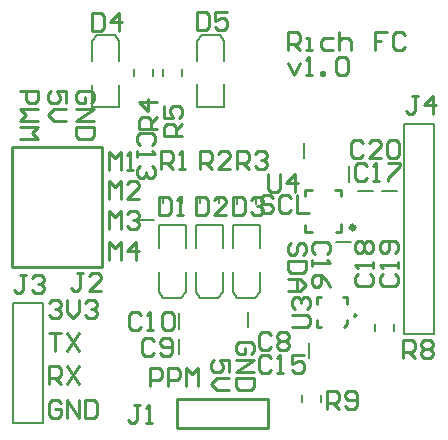
<source format=gto>
G04 Layer_Color=65535*
%FSLAX24Y24*%
%MOIN*%
G70*
G01*
G75*
%ADD22C,0.0197*%
%ADD37C,0.0100*%
%ADD38C,0.0079*%
D22*
X11457Y6905D02*
G03*
X11457Y6905I-39J0D01*
G01*
D37*
X11551Y3970D02*
G03*
X11551Y3970I-39J0D01*
G01*
X11024Y7944D02*
Y8145D01*
X9843D02*
X10077D01*
X9843Y7944D02*
Y8145D01*
Y6767D02*
Y6983D01*
Y6767D02*
X10077D01*
X11024D02*
Y7001D01*
X10866Y6767D02*
X11024D01*
X10827Y8145D02*
X11024D01*
X11122Y3592D02*
X11220Y3671D01*
X10236Y3592D02*
X10354D01*
X10236Y4360D02*
Y4577D01*
Y3592D02*
Y3809D01*
Y4577D02*
X10354D01*
X11091D02*
X11220D01*
Y4360D02*
Y4577D01*
Y3671D02*
Y3809D01*
X5575Y1189D02*
X8587D01*
Y217D02*
Y1189D01*
X5575Y217D02*
X8587D01*
X5575D02*
Y1189D01*
X75Y9587D02*
X3075D01*
Y5587D02*
Y9587D01*
X75Y5587D02*
X3075D01*
X75D02*
Y9587D01*
X4732Y9664D02*
X4832Y9764D01*
Y9964D01*
X4732Y10064D01*
X4332D01*
X4232Y9964D01*
Y9764D01*
X4332Y9664D01*
X4232Y9464D02*
Y9264D01*
Y9364D01*
X4832D01*
X4732Y9464D01*
Y8964D02*
X4832Y8864D01*
Y8664D01*
X4732Y8564D01*
X4632D01*
X4532Y8664D01*
Y8764D01*
Y8664D01*
X4432Y8564D01*
X4332D01*
X4232Y8664D01*
Y8864D01*
X4332Y8964D01*
X4361Y3994D02*
X4262Y4094D01*
X4062D01*
X3962Y3994D01*
Y3594D01*
X4062Y3494D01*
X4262D01*
X4361Y3594D01*
X4561Y3494D02*
X4761D01*
X4661D01*
Y4094D01*
X4561Y3994D01*
X5061D02*
X5161Y4094D01*
X5361D01*
X5461Y3994D01*
Y3594D01*
X5361Y3494D01*
X5161D01*
X5061Y3594D01*
Y3994D01*
X4804Y3108D02*
X4704Y3208D01*
X4505D01*
X4405Y3108D01*
Y2708D01*
X4505Y2608D01*
X4704D01*
X4804Y2708D01*
X5004D02*
X5104Y2608D01*
X5304D01*
X5404Y2708D01*
Y3108D01*
X5304Y3208D01*
X5104D01*
X5004Y3108D01*
Y3008D01*
X5104Y2908D01*
X5404D01*
X8692Y3330D02*
X8592Y3430D01*
X8392D01*
X8292Y3330D01*
Y2930D01*
X8392Y2830D01*
X8592D01*
X8692Y2930D01*
X8892Y3330D02*
X8992Y3430D01*
X9192D01*
X9292Y3330D01*
Y3230D01*
X9192Y3130D01*
X9292Y3030D01*
Y2930D01*
X9192Y2830D01*
X8992D01*
X8892Y2930D01*
Y3030D01*
X8992Y3130D01*
X8892Y3230D01*
Y3330D01*
X8992Y3130D02*
X9192D01*
X550Y5330D02*
X350D01*
X450D01*
Y4830D01*
X350Y4730D01*
X250D01*
X150Y4830D01*
X750Y5230D02*
X850Y5330D01*
X1050D01*
X1150Y5230D01*
Y5130D01*
X1050Y5030D01*
X950D01*
X1050D01*
X1150Y4930D01*
Y4830D01*
X1050Y4730D01*
X850D01*
X750Y4830D01*
X8612Y8695D02*
Y8195D01*
X8712Y8095D01*
X8912D01*
X9012Y8195D01*
Y8695D01*
X9512Y8095D02*
Y8695D01*
X9212Y8395D01*
X9612D01*
X9390Y3593D02*
X9890D01*
X9990Y3692D01*
Y3892D01*
X9890Y3992D01*
X9390D01*
X9490Y4192D02*
X9390Y4292D01*
Y4492D01*
X9490Y4592D01*
X9590D01*
X9690Y4492D01*
Y4392D01*
Y4492D01*
X9790Y4592D01*
X9890D01*
X9990Y4492D01*
Y4292D01*
X9890Y4192D01*
X10581Y861D02*
Y1461D01*
X10881D01*
X10981Y1361D01*
Y1161D01*
X10881Y1061D01*
X10581D01*
X10781D02*
X10981Y861D01*
X11181Y961D02*
X11280Y861D01*
X11480D01*
X11580Y961D01*
Y1361D01*
X11480Y1461D01*
X11280D01*
X11181Y1361D01*
Y1261D01*
X11280Y1161D01*
X11580D01*
X13091Y2559D02*
Y3159D01*
X13390D01*
X13490Y3059D01*
Y2859D01*
X13390Y2759D01*
X13091D01*
X13290D02*
X13490Y2559D01*
X13690Y3059D02*
X13790Y3159D01*
X13990D01*
X14090Y3059D01*
Y2959D01*
X13990Y2859D01*
X14090Y2759D01*
Y2659D01*
X13990Y2559D01*
X13790D01*
X13690Y2659D01*
Y2759D01*
X13790Y2859D01*
X13690Y2959D01*
Y3059D01*
X13790Y2859D02*
X13990D01*
X5733Y9941D02*
X5133D01*
Y10241D01*
X5233Y10341D01*
X5433D01*
X5533Y10241D01*
Y9941D01*
Y10141D02*
X5733Y10341D01*
X5133Y10941D02*
Y10541D01*
X5433D01*
X5333Y10741D01*
Y10841D01*
X5433Y10941D01*
X5633D01*
X5733Y10841D01*
Y10641D01*
X5633Y10541D01*
X4897Y10187D02*
X4297D01*
Y10487D01*
X4397Y10587D01*
X4597D01*
X4697Y10487D01*
Y10187D01*
Y10387D02*
X4897Y10587D01*
Y11087D02*
X4297D01*
X4597Y10787D01*
Y11187D01*
X7579Y8858D02*
Y9458D01*
X7879D01*
X7979Y9358D01*
Y9158D01*
X7879Y9058D01*
X7579D01*
X7779D02*
X7979Y8858D01*
X8179Y9358D02*
X8279Y9458D01*
X8478D01*
X8578Y9358D01*
Y9258D01*
X8478Y9158D01*
X8378D01*
X8478D01*
X8578Y9058D01*
Y8958D01*
X8478Y8858D01*
X8279D01*
X8179Y8958D01*
X6348Y8858D02*
Y9458D01*
X6648D01*
X6748Y9358D01*
Y9158D01*
X6648Y9058D01*
X6348D01*
X6548D02*
X6748Y8858D01*
X7348D02*
X6948D01*
X7348Y9258D01*
Y9358D01*
X7248Y9458D01*
X7048D01*
X6948Y9358D01*
X5044Y8858D02*
Y9458D01*
X5344D01*
X5444Y9358D01*
Y9158D01*
X5344Y9058D01*
X5044D01*
X5244D02*
X5444Y8858D01*
X5644D02*
X5844D01*
X5744D01*
Y9458D01*
X5644Y9358D01*
X13590Y11300D02*
X13390D01*
X13490D01*
Y10800D01*
X13390Y10700D01*
X13290D01*
X13190Y10800D01*
X14090Y10700D02*
Y11300D01*
X13790Y11000D01*
X14190D01*
X2442Y5373D02*
X2242D01*
X2342D01*
Y4874D01*
X2242Y4774D01*
X2142D01*
X2042Y4874D01*
X3042Y4774D02*
X2642D01*
X3042Y5173D01*
Y5273D01*
X2942Y5373D01*
X2742D01*
X2642Y5273D01*
X4337Y993D02*
X4137D01*
X4237D01*
Y494D01*
X4137Y394D01*
X4037D01*
X3937Y494D01*
X4537Y394D02*
X4737D01*
X4637D01*
Y993D01*
X4537Y894D01*
X11768Y9727D02*
X11668Y9827D01*
X11468D01*
X11368Y9727D01*
Y9327D01*
X11468Y9227D01*
X11668D01*
X11768Y9327D01*
X12368Y9227D02*
X11968D01*
X12368Y9627D01*
Y9727D01*
X12268Y9827D01*
X12068D01*
X11968Y9727D01*
X12568D02*
X12668Y9827D01*
X12868D01*
X12968Y9727D01*
Y9327D01*
X12868Y9227D01*
X12668D01*
X12568Y9327D01*
Y9727D01*
X12443Y5346D02*
X12343Y5246D01*
Y5046D01*
X12443Y4946D01*
X12843D01*
X12943Y5046D01*
Y5246D01*
X12843Y5346D01*
X12943Y5546D02*
Y5746D01*
Y5646D01*
X12343D01*
X12443Y5546D01*
X12843Y6046D02*
X12943Y6145D01*
Y6345D01*
X12843Y6445D01*
X12443D01*
X12343Y6345D01*
Y6145D01*
X12443Y6046D01*
X12543D01*
X12643Y6145D01*
Y6445D01*
X11606Y5346D02*
X11506Y5246D01*
Y5046D01*
X11606Y4946D01*
X12006D01*
X12106Y5046D01*
Y5246D01*
X12006Y5346D01*
X12106Y5546D02*
Y5746D01*
Y5646D01*
X11506D01*
X11606Y5546D01*
Y6046D02*
X11506Y6145D01*
Y6345D01*
X11606Y6445D01*
X11706D01*
X11806Y6345D01*
X11906Y6445D01*
X12006D01*
X12106Y6345D01*
Y6145D01*
X12006Y6046D01*
X11906D01*
X11806Y6145D01*
X11706Y6046D01*
X11606D01*
X11806Y6145D02*
Y6345D01*
X11916Y8940D02*
X11816Y9040D01*
X11616D01*
X11516Y8940D01*
Y8540D01*
X11616Y8440D01*
X11816D01*
X11916Y8540D01*
X12116Y8440D02*
X12315D01*
X12216D01*
Y9040D01*
X12116Y8940D01*
X12615Y9040D02*
X13015D01*
Y8940D01*
X12615Y8540D01*
Y8440D01*
X10564Y6022D02*
X10664Y6122D01*
Y6322D01*
X10564Y6422D01*
X10164D01*
X10064Y6322D01*
Y6122D01*
X10164Y6022D01*
X10064Y5822D02*
Y5623D01*
Y5722D01*
X10664D01*
X10564Y5822D01*
X10664Y4923D02*
X10564Y5123D01*
X10364Y5323D01*
X10164D01*
X10064Y5223D01*
Y5023D01*
X10164Y4923D01*
X10264D01*
X10364Y5023D01*
Y5323D01*
X8717Y2567D02*
X8617Y2667D01*
X8417D01*
X8317Y2567D01*
Y2167D01*
X8417Y2067D01*
X8617D01*
X8717Y2167D01*
X8917Y2067D02*
X9117D01*
X9017D01*
Y2667D01*
X8917Y2567D01*
X9816Y2667D02*
X9417D01*
Y2367D01*
X9617Y2467D01*
X9716D01*
X9816Y2367D01*
Y2167D01*
X9716Y2067D01*
X9517D01*
X9417Y2167D01*
X4960Y7908D02*
Y7308D01*
X5260D01*
X5360Y7408D01*
Y7808D01*
X5260Y7908D01*
X4960D01*
X5560Y7308D02*
X5760D01*
X5660D01*
Y7908D01*
X5560Y7808D01*
X6189Y7907D02*
Y7307D01*
X6489D01*
X6589Y7407D01*
Y7807D01*
X6489Y7907D01*
X6189D01*
X7189Y7307D02*
X6789D01*
X7189Y7707D01*
Y7807D01*
X7089Y7907D01*
X6889D01*
X6789Y7807D01*
X7421Y7906D02*
Y7306D01*
X7721D01*
X7821Y7406D01*
Y7806D01*
X7721Y7906D01*
X7421D01*
X8021Y7806D02*
X8121Y7906D01*
X8321D01*
X8421Y7806D01*
Y7706D01*
X8321Y7606D01*
X8221D01*
X8321D01*
X8421Y7506D01*
Y7406D01*
X8321Y7306D01*
X8121D01*
X8021Y7406D01*
X2731Y14059D02*
Y13460D01*
X3031D01*
X3131Y13560D01*
Y13959D01*
X3031Y14059D01*
X2731D01*
X3631Y13460D02*
Y14059D01*
X3331Y13760D01*
X3731D01*
X6250Y14084D02*
Y13484D01*
X6550D01*
X6650Y13584D01*
Y13984D01*
X6550Y14084D01*
X6250D01*
X7250D02*
X6850D01*
Y13784D01*
X7050Y13884D01*
X7150D01*
X7250Y13784D01*
Y13584D01*
X7150Y13484D01*
X6950D01*
X6850Y13584D01*
X9277Y12383D02*
X9477Y11983D01*
X9676Y12383D01*
X9876Y11983D02*
X10076D01*
X9976D01*
Y12583D01*
X9876Y12483D01*
X10376Y11983D02*
Y12083D01*
X10476D01*
Y11983D01*
X10376D01*
X10876Y12483D02*
X10976Y12583D01*
X11176D01*
X11276Y12483D01*
Y12083D01*
X11176Y11983D01*
X10976D01*
X10876Y12083D01*
Y12483D01*
X9277Y12820D02*
Y13420D01*
X9576D01*
X9676Y13320D01*
Y13120D01*
X9576Y13020D01*
X9277D01*
X9477D02*
X9676Y12820D01*
X9876D02*
X10076D01*
X9976D01*
Y13220D01*
X9876D01*
X10776D02*
X10476D01*
X10376Y13120D01*
Y12920D01*
X10476Y12820D01*
X10776D01*
X10976Y13420D02*
Y12820D01*
Y13120D01*
X11076Y13220D01*
X11276D01*
X11376Y13120D01*
Y12820D01*
X12576Y13420D02*
X12176D01*
Y13120D01*
X12376D01*
X12176D01*
Y12820D01*
X13175Y13320D02*
X13075Y13420D01*
X12875D01*
X12775Y13320D01*
Y12920D01*
X12875Y12820D01*
X13075D01*
X13175Y12920D01*
X8766Y7882D02*
X8666Y7982D01*
X8466D01*
X8366Y7882D01*
Y7782D01*
X8466Y7682D01*
X8666D01*
X8766Y7582D01*
Y7482D01*
X8666Y7382D01*
X8466D01*
X8366Y7482D01*
X9366Y7882D02*
X9266Y7982D01*
X9066D01*
X8966Y7882D01*
Y7482D01*
X9066Y7382D01*
X9266D01*
X9366Y7482D01*
X9566Y7982D02*
Y7382D01*
X9966D01*
X9776Y5973D02*
X9876Y6073D01*
Y6273D01*
X9776Y6373D01*
X9676D01*
X9576Y6273D01*
Y6073D01*
X9477Y5973D01*
X9377D01*
X9277Y6073D01*
Y6273D01*
X9377Y6373D01*
X9876Y5773D02*
X9277D01*
Y5473D01*
X9377Y5373D01*
X9776D01*
X9876Y5473D01*
Y5773D01*
X9277Y5173D02*
X9676D01*
X9876Y4973D01*
X9676Y4774D01*
X9277D01*
X9576D01*
Y5173D01*
X2714Y11042D02*
X2814Y11142D01*
Y11342D01*
X2714Y11442D01*
X2315D01*
X2215Y11342D01*
Y11142D01*
X2315Y11042D01*
X2514D01*
Y11242D01*
X2215Y10842D02*
X2814D01*
X2215Y10442D01*
X2814D01*
Y10242D02*
X2215D01*
Y9942D01*
X2315Y9842D01*
X2714D01*
X2814Y9942D01*
Y10242D01*
X1855Y11042D02*
Y11442D01*
X1555D01*
X1655Y11242D01*
Y11142D01*
X1555Y11042D01*
X1355D01*
X1255Y11142D01*
Y11342D01*
X1355Y11442D01*
X1855Y10842D02*
X1455D01*
X1255Y10642D01*
X1455Y10442D01*
X1855D01*
X320Y11442D02*
X920D01*
Y11142D01*
X820Y11042D01*
X620D01*
X520Y11142D01*
Y11442D01*
X920Y10842D02*
X320D01*
X520Y10642D01*
X320Y10442D01*
X920D01*
X320Y10242D02*
X920D01*
X720Y10042D01*
X920Y9842D01*
X320D01*
X1304Y4388D02*
X1404Y4488D01*
X1604D01*
X1704Y4388D01*
Y4288D01*
X1604Y4188D01*
X1504D01*
X1604D01*
X1704Y4088D01*
Y3988D01*
X1604Y3888D01*
X1404D01*
X1304Y3988D01*
X1904Y4488D02*
Y4088D01*
X2104Y3888D01*
X2304Y4088D01*
Y4488D01*
X2504Y4388D02*
X2604Y4488D01*
X2804D01*
X2904Y4388D01*
Y4288D01*
X2804Y4188D01*
X2704D01*
X2804D01*
X2904Y4088D01*
Y3988D01*
X2804Y3888D01*
X2604D01*
X2504Y3988D01*
X1304Y3380D02*
X1704D01*
X1504D01*
Y2781D01*
X1904Y3380D02*
X2304Y2781D01*
Y3380D02*
X1904Y2781D01*
X1304Y1673D02*
Y2273D01*
X1604D01*
X1704Y2173D01*
Y1973D01*
X1604Y1873D01*
X1304D01*
X1504D02*
X1704Y1673D01*
X1904Y2273D02*
X2304Y1673D01*
Y2273D02*
X1904Y1673D01*
X1704Y1066D02*
X1604Y1166D01*
X1404D01*
X1304Y1066D01*
Y666D01*
X1404Y566D01*
X1604D01*
X1704Y666D01*
Y866D01*
X1504D01*
X1904Y566D02*
Y1166D01*
X2304Y566D01*
Y1166D01*
X2504D02*
Y566D01*
X2804D01*
X2904Y666D01*
Y1066D01*
X2804Y1166D01*
X2504D01*
X4675Y1624D02*
Y2224D01*
X4975D01*
X5075Y2124D01*
Y1924D01*
X4975Y1824D01*
X4675D01*
X5275Y1624D02*
Y2224D01*
X5575D01*
X5675Y2124D01*
Y1924D01*
X5575Y1824D01*
X5275D01*
X5875Y1624D02*
Y2224D01*
X6075Y2024D01*
X6275Y2224D01*
Y1624D01*
X7317Y2076D02*
Y2476D01*
X7017D01*
X7117Y2276D01*
Y2176D01*
X7017Y2076D01*
X6817D01*
X6718Y2176D01*
Y2376D01*
X6817Y2476D01*
X7317Y1876D02*
X6917D01*
X6718Y1676D01*
X6917Y1476D01*
X7317D01*
X8029Y2676D02*
X8129Y2776D01*
Y2976D01*
X8029Y3076D01*
X7630D01*
X7530Y2976D01*
Y2776D01*
X7630Y2676D01*
X7829D01*
Y2876D01*
X7530Y2476D02*
X8129D01*
X7530Y2076D01*
X8129D01*
Y1876D02*
X7530D01*
Y1576D01*
X7630Y1476D01*
X8029D01*
X8129Y1576D01*
Y1876D01*
X3297Y5832D02*
Y6431D01*
X3497Y6232D01*
X3697Y6431D01*
Y5832D01*
X4197D02*
Y6431D01*
X3897Y6132D01*
X4297D01*
X3297Y6865D02*
Y7465D01*
X3497Y7265D01*
X3697Y7465D01*
Y6865D01*
X3897Y7365D02*
X3997Y7465D01*
X4197D01*
X4297Y7365D01*
Y7265D01*
X4197Y7165D01*
X4097D01*
X4197D01*
X4297Y7065D01*
Y6965D01*
X4197Y6865D01*
X3997D01*
X3897Y6965D01*
X3297Y7849D02*
Y8449D01*
X3497Y8249D01*
X3697Y8449D01*
Y7849D01*
X4297D02*
X3897D01*
X4297Y8249D01*
Y8349D01*
X4197Y8449D01*
X3997D01*
X3897Y8349D01*
X3297Y8809D02*
Y9409D01*
X3497Y9209D01*
X3697Y9409D01*
Y8809D01*
X3897D02*
X4097D01*
X3997D01*
Y9409D01*
X3897Y9309D01*
D38*
X7938Y3583D02*
Y4094D01*
X4296Y7151D02*
X4808D01*
X5650Y2672D02*
Y3184D01*
Y3533D02*
Y4045D01*
X6959Y7707D02*
Y7943D01*
X6329Y7707D02*
Y7943D01*
X5728Y7707D02*
Y7943D01*
X5098Y7707D02*
Y7943D01*
X8189Y7697D02*
Y7933D01*
X7559Y7697D02*
Y7933D01*
X9724Y1088D02*
Y1324D01*
X10354Y1088D02*
Y1324D01*
X12185Y3435D02*
Y3671D01*
X12815Y3435D02*
Y3671D01*
X11299Y8430D02*
Y8942D01*
X4139Y11944D02*
Y12180D01*
X4769Y11944D02*
Y12180D01*
X5113Y11944D02*
Y12180D01*
X5743Y11944D02*
Y12180D01*
X9813Y9218D02*
Y9729D01*
X10866Y6432D02*
X11378D01*
X12392Y8105D02*
X12904D01*
X11604D02*
X12116D01*
X9961Y2549D02*
Y3061D01*
X91Y4386D02*
X1091D01*
Y386D02*
Y4386D01*
X91Y386D02*
Y4386D01*
Y386D02*
X1091D01*
X13132Y10356D02*
X14132D01*
Y3356D02*
Y10356D01*
X13132Y3356D02*
X14132D01*
X13132D02*
Y10356D01*
X8327Y4764D02*
Y5433D01*
X7421Y4764D02*
X7579Y4567D01*
X8169D02*
X8327Y4764D01*
X7421D02*
Y5433D01*
X7579Y4567D02*
X8169D01*
X7421Y6969D02*
X8327D01*
Y6220D02*
Y6969D01*
X7421Y6220D02*
Y6969D01*
X7096Y4764D02*
Y5433D01*
X6191Y4764D02*
X6348Y4567D01*
X6939D02*
X7096Y4764D01*
X6191D02*
Y5433D01*
X6348Y4567D02*
X6939D01*
X6191Y6969D02*
X7096D01*
Y6220D02*
Y6969D01*
X6191Y6220D02*
Y6969D01*
X5866Y4764D02*
Y5433D01*
X4961Y4764D02*
X5118Y4567D01*
X5709D02*
X5866Y4764D01*
X4961D02*
Y5433D01*
X5118Y4567D02*
X5709D01*
X4961Y6969D02*
X5866D01*
Y6220D02*
Y6969D01*
X4961Y6220D02*
Y6969D01*
X2746Y12451D02*
Y13120D01*
X3494Y13317D02*
X3652Y13120D01*
X2746D02*
X2904Y13317D01*
X3652Y12451D02*
Y13120D01*
X2904Y13317D02*
X3494D01*
X2746Y10915D02*
X3652D01*
X2746D02*
Y11663D01*
X3652Y10915D02*
Y11663D01*
X6240Y12456D02*
Y13125D01*
X6988Y13322D02*
X7146Y13125D01*
X6240D02*
X6398Y13322D01*
X7146Y12456D02*
Y13125D01*
X6398Y13322D02*
X6988D01*
X6240Y10920D02*
X7146D01*
X6240D02*
Y11668D01*
X7146Y10920D02*
Y11668D01*
M02*

</source>
